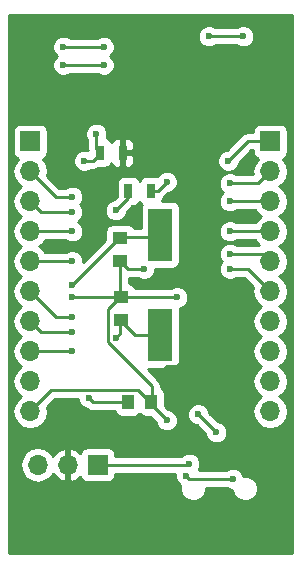
<source format=gbl>
%TF.GenerationSoftware,KiCad,Pcbnew,4.0.7*%
%TF.CreationDate,2019-09-16T14:18:56-03:00*%
%TF.ProjectId,pinguicaro,70696E6775696361726F2E6B69636164,rev?*%
%TF.FileFunction,Copper,L2,Bot,Signal*%
%FSLAX46Y46*%
G04 Gerber Fmt 4.6, Leading zero omitted, Abs format (unit mm)*
G04 Created by KiCad (PCBNEW 4.0.7) date Mon Sep 16 14:18:56 2019*
%MOMM*%
%LPD*%
G01*
G04 APERTURE LIST*
%ADD10C,0.100000*%
%ADD11R,1.250000X1.000000*%
%ADD12R,1.000000X1.250000*%
%ADD13R,0.700000X1.300000*%
%ADD14R,2.000000X4.500000*%
%ADD15R,1.700000X1.700000*%
%ADD16O,1.700000X1.700000*%
%ADD17C,0.600000*%
%ADD18C,0.250000*%
%ADD19C,0.254000*%
G04 APERTURE END LIST*
D10*
D11*
X156200000Y-99600000D03*
X156200000Y-101600000D03*
X156250000Y-106600000D03*
X156250000Y-104600000D03*
D12*
X156850000Y-113475000D03*
X158850000Y-113475000D03*
D13*
X156900000Y-95650000D03*
X158800000Y-95650000D03*
X156400000Y-92400000D03*
X154500000Y-92400000D03*
D14*
X159600000Y-107850000D03*
X159600000Y-99350000D03*
D15*
X154300000Y-118825000D03*
D16*
X151760000Y-118825000D03*
X149220000Y-118825000D03*
D15*
X168910000Y-91440000D03*
D16*
X168910000Y-93980000D03*
X168910000Y-96520000D03*
X168910000Y-99060000D03*
X168910000Y-101600000D03*
X168910000Y-104140000D03*
X168910000Y-106680000D03*
X168910000Y-109220000D03*
X168910000Y-111760000D03*
X168910000Y-114300000D03*
D15*
X148590000Y-91440000D03*
D16*
X148590000Y-93980000D03*
X148590000Y-96520000D03*
X148590000Y-99060000D03*
X148590000Y-101600000D03*
X148590000Y-104140000D03*
X148590000Y-106680000D03*
X148590000Y-109220000D03*
X148590000Y-111760000D03*
X148590000Y-114300000D03*
D17*
X152146000Y-103632000D03*
X160147000Y-115062000D03*
X161798000Y-119761000D03*
X165735000Y-120015000D03*
X163703000Y-82550000D03*
X166624000Y-82550000D03*
X158242000Y-102235000D03*
X154813000Y-84963000D03*
X151384000Y-84963000D03*
X161036000Y-104648000D03*
X152146000Y-104648000D03*
X155829000Y-108077000D03*
X159385000Y-111252000D03*
X165481000Y-107061000D03*
X157861000Y-92202000D03*
X153543000Y-113157000D03*
X160147000Y-94869000D03*
X162052000Y-118745000D03*
X164338000Y-116078000D03*
X162814000Y-114554000D03*
X155829000Y-97282000D03*
X154178000Y-90805000D03*
X151384000Y-83439000D03*
X154813000Y-83439000D03*
X153162000Y-93091000D03*
X165354000Y-93091000D03*
X165481000Y-94996000D03*
X165481000Y-96520000D03*
X165481000Y-99060000D03*
X165481000Y-100965000D03*
X165481000Y-102235000D03*
X152146000Y-96139000D03*
X152146000Y-97409000D03*
X152146000Y-99060000D03*
X152146000Y-101600000D03*
X152146000Y-106299000D03*
X152146000Y-107569000D03*
X152146000Y-109220000D03*
D18*
X156200000Y-99600000D02*
X156210000Y-99568000D01*
X156210000Y-99568000D02*
X152146000Y-103632000D01*
X159600000Y-99350000D02*
X159639000Y-99314000D01*
X159639000Y-99314000D02*
X159385000Y-99568000D01*
X159385000Y-99568000D02*
X156210000Y-99568000D01*
X156210000Y-99568000D02*
X156200000Y-99600000D01*
X158850000Y-113475000D02*
X158877000Y-113538000D01*
X158877000Y-113538000D02*
X158877000Y-113792000D01*
X158877000Y-113792000D02*
X160147000Y-115062000D01*
X161798000Y-119761000D02*
X162052000Y-120015000D01*
X162052000Y-120015000D02*
X165735000Y-120015000D01*
X163703000Y-82550000D02*
X166624000Y-82550000D01*
X156200000Y-101600000D02*
X156210000Y-101600000D01*
X156210000Y-101600000D02*
X156845000Y-102235000D01*
X156845000Y-102235000D02*
X158242000Y-102235000D01*
X154813000Y-84963000D02*
X151384000Y-84963000D01*
X148590000Y-114300000D02*
X150368000Y-112522000D01*
X150368000Y-112522000D02*
X157734000Y-112522000D01*
X157734000Y-112522000D02*
X158750000Y-113538000D01*
X158750000Y-113538000D02*
X158877000Y-113538000D01*
X158877000Y-113538000D02*
X158850000Y-113475000D01*
X156200000Y-101600000D02*
X156210000Y-101600000D01*
X158850000Y-113475000D02*
X158877000Y-113538000D01*
X158877000Y-113538000D02*
X158877000Y-112141000D01*
X158877000Y-112141000D02*
X155194000Y-108458000D01*
X155194000Y-108458000D02*
X155194000Y-105664000D01*
X155194000Y-105664000D02*
X156210000Y-104648000D01*
X156210000Y-104648000D02*
X156250000Y-104600000D01*
X158750000Y-113538000D02*
X158877000Y-113538000D01*
X158877000Y-113538000D02*
X158850000Y-113475000D01*
X156250000Y-104600000D02*
X156210000Y-104648000D01*
X156210000Y-104648000D02*
X161036000Y-104648000D01*
X158850000Y-113475000D02*
X158877000Y-113538000D01*
X156250000Y-104600000D02*
X156210000Y-104648000D01*
X156210000Y-104648000D02*
X152146000Y-104648000D01*
X156250000Y-104600000D02*
X156210000Y-104648000D01*
X156210000Y-104648000D02*
X156210000Y-101600000D01*
X156210000Y-101600000D02*
X156200000Y-101600000D01*
X156250000Y-106600000D02*
X156210000Y-106553000D01*
X156210000Y-106553000D02*
X156210000Y-107696000D01*
X156210000Y-107696000D02*
X155829000Y-108077000D01*
X156250000Y-106600000D02*
X156210000Y-106553000D01*
X156210000Y-106553000D02*
X157480000Y-107823000D01*
X157480000Y-107823000D02*
X159639000Y-107823000D01*
X159639000Y-107823000D02*
X159600000Y-107850000D01*
X159385000Y-111252000D02*
X160147000Y-110490000D01*
X160147000Y-110490000D02*
X161036000Y-110490000D01*
X161036000Y-110490000D02*
X164465000Y-107061000D01*
X164465000Y-107061000D02*
X165481000Y-107061000D01*
X156400000Y-92400000D02*
X156337000Y-92456000D01*
X157861000Y-92202000D02*
X157607000Y-92456000D01*
X157607000Y-92456000D02*
X156337000Y-92456000D01*
X156337000Y-92456000D02*
X156400000Y-92400000D01*
X153543000Y-113157000D02*
X153924000Y-113538000D01*
X153924000Y-113538000D02*
X156845000Y-113538000D01*
X156845000Y-113538000D02*
X156850000Y-113475000D01*
X160147000Y-94869000D02*
X159385000Y-95631000D01*
X159385000Y-95631000D02*
X158750000Y-95631000D01*
X158750000Y-95631000D02*
X158800000Y-95650000D01*
X162052000Y-118745000D02*
X161925000Y-118872000D01*
X161925000Y-118872000D02*
X154305000Y-118872000D01*
X154305000Y-118872000D02*
X154300000Y-118825000D01*
X164338000Y-116078000D02*
X162814000Y-114554000D01*
X156900000Y-95650000D02*
X156845000Y-95631000D01*
X156845000Y-95631000D02*
X156845000Y-96266000D01*
X156845000Y-96266000D02*
X155829000Y-97282000D01*
X154178000Y-90805000D02*
X154178000Y-92075000D01*
X154178000Y-92075000D02*
X154559000Y-92456000D01*
X154559000Y-92456000D02*
X154500000Y-92400000D01*
X151384000Y-83439000D02*
X154813000Y-83439000D01*
X154559000Y-92456000D02*
X154500000Y-92400000D01*
X154500000Y-92400000D02*
X154559000Y-92456000D01*
X154559000Y-92456000D02*
X153924000Y-93091000D01*
X153924000Y-93091000D02*
X153162000Y-93091000D01*
X165354000Y-93091000D02*
X167005000Y-91440000D01*
X167005000Y-91440000D02*
X168910000Y-91440000D01*
X168910000Y-93980000D02*
X167894000Y-94996000D01*
X167894000Y-94996000D02*
X165481000Y-94996000D01*
X165481000Y-96520000D02*
X168910000Y-96520000D01*
X168910000Y-99060000D02*
X165481000Y-99060000D01*
X168910000Y-101600000D02*
X168275000Y-100965000D01*
X168275000Y-100965000D02*
X165481000Y-100965000D01*
X168910000Y-104140000D02*
X167005000Y-102235000D01*
X167005000Y-102235000D02*
X165481000Y-102235000D01*
X148590000Y-93980000D02*
X150749000Y-96139000D01*
X150749000Y-96139000D02*
X152146000Y-96139000D01*
X148590000Y-96520000D02*
X149479000Y-97409000D01*
X149479000Y-97409000D02*
X152146000Y-97409000D01*
X152146000Y-99060000D02*
X148590000Y-99060000D01*
X148590000Y-101600000D02*
X152146000Y-101600000D01*
X148590000Y-104140000D02*
X150749000Y-106299000D01*
X150749000Y-106299000D02*
X152146000Y-106299000D01*
X148590000Y-106680000D02*
X149479000Y-107569000D01*
X149479000Y-107569000D02*
X152146000Y-107569000D01*
X152146000Y-109220000D02*
X148590000Y-109220000D01*
D19*
G36*
X170740000Y-126290000D02*
X146760000Y-126290000D01*
X146760000Y-118795907D01*
X147735000Y-118795907D01*
X147735000Y-118854093D01*
X147848039Y-119422378D01*
X148169946Y-119904147D01*
X148651715Y-120226054D01*
X149220000Y-120339093D01*
X149788285Y-120226054D01*
X150270054Y-119904147D01*
X150497702Y-119563447D01*
X150564817Y-119706358D01*
X150993076Y-120096645D01*
X151403110Y-120266476D01*
X151633000Y-120145155D01*
X151633000Y-118952000D01*
X151613000Y-118952000D01*
X151613000Y-118698000D01*
X151633000Y-118698000D01*
X151633000Y-117504845D01*
X151887000Y-117504845D01*
X151887000Y-118698000D01*
X151907000Y-118698000D01*
X151907000Y-118952000D01*
X151887000Y-118952000D01*
X151887000Y-120145155D01*
X152116890Y-120266476D01*
X152526924Y-120096645D01*
X152829937Y-119820499D01*
X152846838Y-119910317D01*
X152985910Y-120126441D01*
X153198110Y-120271431D01*
X153450000Y-120322440D01*
X155150000Y-120322440D01*
X155385317Y-120278162D01*
X155601441Y-120139090D01*
X155746431Y-119926890D01*
X155797440Y-119675000D01*
X155797440Y-119632000D01*
X160863112Y-119632000D01*
X160862838Y-119946167D01*
X161004883Y-120289943D01*
X161267673Y-120553192D01*
X161306372Y-120569261D01*
X161290189Y-120608233D01*
X161289812Y-121039873D01*
X161454646Y-121438800D01*
X161759595Y-121744282D01*
X162158233Y-121909811D01*
X162589873Y-121910188D01*
X162988800Y-121745354D01*
X163294282Y-121440405D01*
X163459811Y-121041767D01*
X163460044Y-120775000D01*
X165172537Y-120775000D01*
X165204673Y-120807192D01*
X165548201Y-120949838D01*
X165689891Y-120949961D01*
X165689812Y-121039873D01*
X165854646Y-121438800D01*
X166159595Y-121744282D01*
X166558233Y-121909811D01*
X166989873Y-121910188D01*
X167388800Y-121745354D01*
X167694282Y-121440405D01*
X167859811Y-121041767D01*
X167860188Y-120610127D01*
X167695354Y-120211200D01*
X167390405Y-119905718D01*
X166991767Y-119740189D01*
X166632992Y-119739876D01*
X166528117Y-119486057D01*
X166265327Y-119222808D01*
X165921799Y-119080162D01*
X165549833Y-119079838D01*
X165206057Y-119221883D01*
X165172882Y-119255000D01*
X162852633Y-119255000D01*
X162986838Y-118931799D01*
X162987162Y-118559833D01*
X162845117Y-118216057D01*
X162582327Y-117952808D01*
X162238799Y-117810162D01*
X161866833Y-117809838D01*
X161523057Y-117951883D01*
X161362660Y-118112000D01*
X155797440Y-118112000D01*
X155797440Y-117975000D01*
X155753162Y-117739683D01*
X155614090Y-117523559D01*
X155401890Y-117378569D01*
X155150000Y-117327560D01*
X153450000Y-117327560D01*
X153214683Y-117371838D01*
X152998559Y-117510910D01*
X152853569Y-117723110D01*
X152831699Y-117831107D01*
X152526924Y-117553355D01*
X152116890Y-117383524D01*
X151887000Y-117504845D01*
X151633000Y-117504845D01*
X151403110Y-117383524D01*
X150993076Y-117553355D01*
X150564817Y-117943642D01*
X150497702Y-118086553D01*
X150270054Y-117745853D01*
X149788285Y-117423946D01*
X149220000Y-117310907D01*
X148651715Y-117423946D01*
X148169946Y-117745853D01*
X147848039Y-118227622D01*
X147735000Y-118795907D01*
X146760000Y-118795907D01*
X146760000Y-93980000D01*
X147075907Y-93980000D01*
X147188946Y-94548285D01*
X147510853Y-95030054D01*
X147840026Y-95250000D01*
X147510853Y-95469946D01*
X147188946Y-95951715D01*
X147075907Y-96520000D01*
X147188946Y-97088285D01*
X147510853Y-97570054D01*
X147840026Y-97790000D01*
X147510853Y-98009946D01*
X147188946Y-98491715D01*
X147075907Y-99060000D01*
X147188946Y-99628285D01*
X147510853Y-100110054D01*
X147840026Y-100330000D01*
X147510853Y-100549946D01*
X147188946Y-101031715D01*
X147075907Y-101600000D01*
X147188946Y-102168285D01*
X147510853Y-102650054D01*
X147840026Y-102870000D01*
X147510853Y-103089946D01*
X147188946Y-103571715D01*
X147075907Y-104140000D01*
X147188946Y-104708285D01*
X147510853Y-105190054D01*
X147840026Y-105410000D01*
X147510853Y-105629946D01*
X147188946Y-106111715D01*
X147075907Y-106680000D01*
X147188946Y-107248285D01*
X147510853Y-107730054D01*
X147840026Y-107950000D01*
X147510853Y-108169946D01*
X147188946Y-108651715D01*
X147075907Y-109220000D01*
X147188946Y-109788285D01*
X147510853Y-110270054D01*
X147840026Y-110490000D01*
X147510853Y-110709946D01*
X147188946Y-111191715D01*
X147075907Y-111760000D01*
X147188946Y-112328285D01*
X147510853Y-112810054D01*
X147840026Y-113030000D01*
X147510853Y-113249946D01*
X147188946Y-113731715D01*
X147075907Y-114300000D01*
X147188946Y-114868285D01*
X147510853Y-115350054D01*
X147992622Y-115671961D01*
X148560907Y-115785000D01*
X148619093Y-115785000D01*
X149187378Y-115671961D01*
X149669147Y-115350054D01*
X149991054Y-114868285D01*
X150104093Y-114300000D01*
X150031210Y-113933592D01*
X150682802Y-113282000D01*
X152607890Y-113282000D01*
X152607838Y-113342167D01*
X152749883Y-113685943D01*
X153012673Y-113949192D01*
X153356201Y-114091838D01*
X153411270Y-114091886D01*
X153633160Y-114240148D01*
X153924000Y-114298000D01*
X155739816Y-114298000D01*
X155746838Y-114335317D01*
X155885910Y-114551441D01*
X156098110Y-114696431D01*
X156350000Y-114747440D01*
X157350000Y-114747440D01*
X157585317Y-114703162D01*
X157801441Y-114564090D01*
X157849134Y-114494289D01*
X157885910Y-114551441D01*
X158098110Y-114696431D01*
X158350000Y-114747440D01*
X158757638Y-114747440D01*
X159211878Y-115201680D01*
X159211838Y-115247167D01*
X159353883Y-115590943D01*
X159616673Y-115854192D01*
X159960201Y-115996838D01*
X160332167Y-115997162D01*
X160675943Y-115855117D01*
X160939192Y-115592327D01*
X161081838Y-115248799D01*
X161082162Y-114876833D01*
X161025280Y-114739167D01*
X161878838Y-114739167D01*
X162020883Y-115082943D01*
X162283673Y-115346192D01*
X162627201Y-115488838D01*
X162674077Y-115488879D01*
X163402878Y-116217680D01*
X163402838Y-116263167D01*
X163544883Y-116606943D01*
X163807673Y-116870192D01*
X164151201Y-117012838D01*
X164523167Y-117013162D01*
X164866943Y-116871117D01*
X165130192Y-116608327D01*
X165272838Y-116264799D01*
X165273162Y-115892833D01*
X165131117Y-115549057D01*
X164868327Y-115285808D01*
X164524799Y-115143162D01*
X164477923Y-115143121D01*
X163749122Y-114414320D01*
X163749162Y-114368833D01*
X163607117Y-114025057D01*
X163344327Y-113761808D01*
X163000799Y-113619162D01*
X162628833Y-113618838D01*
X162285057Y-113760883D01*
X162021808Y-114023673D01*
X161879162Y-114367201D01*
X161878838Y-114739167D01*
X161025280Y-114739167D01*
X160940117Y-114533057D01*
X160677327Y-114269808D01*
X160333799Y-114127162D01*
X160286923Y-114127121D01*
X159997440Y-113837638D01*
X159997440Y-112850000D01*
X159953162Y-112614683D01*
X159814090Y-112398559D01*
X159637000Y-112277559D01*
X159637000Y-112141000D01*
X159579148Y-111850161D01*
X159414401Y-111603599D01*
X158547639Y-110736837D01*
X158600000Y-110747440D01*
X160600000Y-110747440D01*
X160835317Y-110703162D01*
X161051441Y-110564090D01*
X161196431Y-110351890D01*
X161247440Y-110100000D01*
X161247440Y-105600000D01*
X161242605Y-105574304D01*
X161564943Y-105441117D01*
X161828192Y-105178327D01*
X161970838Y-104834799D01*
X161971162Y-104462833D01*
X161829117Y-104119057D01*
X161566327Y-103855808D01*
X161222799Y-103713162D01*
X160850833Y-103712838D01*
X160507057Y-103854883D01*
X160473882Y-103888000D01*
X157482549Y-103888000D01*
X157478162Y-103864683D01*
X157339090Y-103648559D01*
X157126890Y-103503569D01*
X156970000Y-103471798D01*
X156970000Y-102995000D01*
X157679537Y-102995000D01*
X157711673Y-103027192D01*
X158055201Y-103169838D01*
X158427167Y-103170162D01*
X158770943Y-103028117D01*
X159034192Y-102765327D01*
X159176838Y-102421799D01*
X159176990Y-102247440D01*
X160600000Y-102247440D01*
X160835317Y-102203162D01*
X161051441Y-102064090D01*
X161196431Y-101851890D01*
X161247440Y-101600000D01*
X161247440Y-97100000D01*
X161203162Y-96864683D01*
X161064090Y-96648559D01*
X160851890Y-96503569D01*
X160600000Y-96452560D01*
X159766546Y-96452560D01*
X159797440Y-96300000D01*
X159797440Y-96251897D01*
X159922401Y-96168401D01*
X160286680Y-95804122D01*
X160332167Y-95804162D01*
X160675943Y-95662117D01*
X160939192Y-95399327D01*
X161081838Y-95055799D01*
X161082162Y-94683833D01*
X160940117Y-94340057D01*
X160677327Y-94076808D01*
X160333799Y-93934162D01*
X159961833Y-93933838D01*
X159618057Y-94075883D01*
X159354808Y-94338673D01*
X159333603Y-94389740D01*
X159150000Y-94352560D01*
X158450000Y-94352560D01*
X158214683Y-94396838D01*
X157998559Y-94535910D01*
X157853569Y-94748110D01*
X157850919Y-94761197D01*
X157714090Y-94548559D01*
X157501890Y-94403569D01*
X157250000Y-94352560D01*
X156550000Y-94352560D01*
X156314683Y-94396838D01*
X156098559Y-94535910D01*
X155953569Y-94748110D01*
X155902560Y-95000000D01*
X155902560Y-96133638D01*
X155689320Y-96346878D01*
X155643833Y-96346838D01*
X155300057Y-96488883D01*
X155036808Y-96751673D01*
X154894162Y-97095201D01*
X154893838Y-97467167D01*
X155035883Y-97810943D01*
X155298673Y-98074192D01*
X155642201Y-98216838D01*
X156014167Y-98217162D01*
X156357943Y-98075117D01*
X156621192Y-97812327D01*
X156763838Y-97468799D01*
X156763879Y-97421923D01*
X157238362Y-96947440D01*
X157250000Y-96947440D01*
X157485317Y-96903162D01*
X157701441Y-96764090D01*
X157846431Y-96551890D01*
X157849081Y-96538803D01*
X157985910Y-96751441D01*
X158042978Y-96790434D01*
X158003569Y-96848110D01*
X157952560Y-97100000D01*
X157952560Y-98808000D01*
X157391687Y-98808000D01*
X157289090Y-98648559D01*
X157076890Y-98503569D01*
X156825000Y-98452560D01*
X155575000Y-98452560D01*
X155339683Y-98496838D01*
X155123559Y-98635910D01*
X154978569Y-98848110D01*
X154927560Y-99100000D01*
X154927560Y-99775638D01*
X153080981Y-101622217D01*
X153081162Y-101414833D01*
X152939117Y-101071057D01*
X152676327Y-100807808D01*
X152332799Y-100665162D01*
X151960833Y-100664838D01*
X151617057Y-100806883D01*
X151583882Y-100840000D01*
X149862954Y-100840000D01*
X149669147Y-100549946D01*
X149339974Y-100330000D01*
X149669147Y-100110054D01*
X149862954Y-99820000D01*
X151583537Y-99820000D01*
X151615673Y-99852192D01*
X151959201Y-99994838D01*
X152331167Y-99995162D01*
X152674943Y-99853117D01*
X152938192Y-99590327D01*
X153080838Y-99246799D01*
X153081162Y-98874833D01*
X152939117Y-98531057D01*
X152676327Y-98267808D01*
X152596341Y-98234595D01*
X152674943Y-98202117D01*
X152938192Y-97939327D01*
X153080838Y-97595799D01*
X153081162Y-97223833D01*
X152939117Y-96880057D01*
X152833290Y-96774046D01*
X152938192Y-96669327D01*
X153080838Y-96325799D01*
X153081162Y-95953833D01*
X152939117Y-95610057D01*
X152676327Y-95346808D01*
X152332799Y-95204162D01*
X151960833Y-95203838D01*
X151617057Y-95345883D01*
X151583882Y-95379000D01*
X151063802Y-95379000D01*
X150031210Y-94346408D01*
X150104093Y-93980000D01*
X149991054Y-93411715D01*
X149900484Y-93276167D01*
X152226838Y-93276167D01*
X152368883Y-93619943D01*
X152631673Y-93883192D01*
X152975201Y-94025838D01*
X153347167Y-94026162D01*
X153690943Y-93884117D01*
X153724118Y-93851000D01*
X153924000Y-93851000D01*
X154214839Y-93793148D01*
X154358077Y-93697440D01*
X154850000Y-93697440D01*
X155085317Y-93653162D01*
X155301441Y-93514090D01*
X155446431Y-93301890D01*
X155453191Y-93268510D01*
X155511673Y-93409699D01*
X155690302Y-93588327D01*
X155923691Y-93685000D01*
X156114250Y-93685000D01*
X156273000Y-93526250D01*
X156273000Y-92527000D01*
X156527000Y-92527000D01*
X156527000Y-93526250D01*
X156685750Y-93685000D01*
X156876309Y-93685000D01*
X157109698Y-93588327D01*
X157288327Y-93409699D01*
X157343637Y-93276167D01*
X164418838Y-93276167D01*
X164560883Y-93619943D01*
X164823673Y-93883192D01*
X165167201Y-94025838D01*
X165539167Y-94026162D01*
X165882943Y-93884117D01*
X166146192Y-93621327D01*
X166288838Y-93277799D01*
X166288879Y-93230923D01*
X167319802Y-92200000D01*
X167412560Y-92200000D01*
X167412560Y-92290000D01*
X167456838Y-92525317D01*
X167595910Y-92741441D01*
X167808110Y-92886431D01*
X167875541Y-92900086D01*
X167830853Y-92929946D01*
X167508946Y-93411715D01*
X167395907Y-93980000D01*
X167446829Y-94236000D01*
X166043463Y-94236000D01*
X166011327Y-94203808D01*
X165667799Y-94061162D01*
X165295833Y-94060838D01*
X164952057Y-94202883D01*
X164688808Y-94465673D01*
X164546162Y-94809201D01*
X164545838Y-95181167D01*
X164687883Y-95524943D01*
X164920709Y-95758176D01*
X164688808Y-95989673D01*
X164546162Y-96333201D01*
X164545838Y-96705167D01*
X164687883Y-97048943D01*
X164950673Y-97312192D01*
X165294201Y-97454838D01*
X165666167Y-97455162D01*
X166009943Y-97313117D01*
X166043118Y-97280000D01*
X167637046Y-97280000D01*
X167830853Y-97570054D01*
X168160026Y-97790000D01*
X167830853Y-98009946D01*
X167637046Y-98300000D01*
X166043463Y-98300000D01*
X166011327Y-98267808D01*
X165667799Y-98125162D01*
X165295833Y-98124838D01*
X164952057Y-98266883D01*
X164688808Y-98529673D01*
X164546162Y-98873201D01*
X164545838Y-99245167D01*
X164687883Y-99588943D01*
X164950673Y-99852192D01*
X165294201Y-99994838D01*
X165666167Y-99995162D01*
X166009943Y-99853117D01*
X166043118Y-99820000D01*
X167637046Y-99820000D01*
X167830853Y-100110054D01*
X167972950Y-100205000D01*
X166043463Y-100205000D01*
X166011327Y-100172808D01*
X165667799Y-100030162D01*
X165295833Y-100029838D01*
X164952057Y-100171883D01*
X164688808Y-100434673D01*
X164546162Y-100778201D01*
X164545838Y-101150167D01*
X164687883Y-101493943D01*
X164793710Y-101599954D01*
X164688808Y-101704673D01*
X164546162Y-102048201D01*
X164545838Y-102420167D01*
X164687883Y-102763943D01*
X164950673Y-103027192D01*
X165294201Y-103169838D01*
X165666167Y-103170162D01*
X166009943Y-103028117D01*
X166043118Y-102995000D01*
X166690198Y-102995000D01*
X167468790Y-103773592D01*
X167395907Y-104140000D01*
X167508946Y-104708285D01*
X167830853Y-105190054D01*
X168160026Y-105410000D01*
X167830853Y-105629946D01*
X167508946Y-106111715D01*
X167395907Y-106680000D01*
X167508946Y-107248285D01*
X167830853Y-107730054D01*
X168160026Y-107950000D01*
X167830853Y-108169946D01*
X167508946Y-108651715D01*
X167395907Y-109220000D01*
X167508946Y-109788285D01*
X167830853Y-110270054D01*
X168160026Y-110490000D01*
X167830853Y-110709946D01*
X167508946Y-111191715D01*
X167395907Y-111760000D01*
X167508946Y-112328285D01*
X167830853Y-112810054D01*
X168160026Y-113030000D01*
X167830853Y-113249946D01*
X167508946Y-113731715D01*
X167395907Y-114300000D01*
X167508946Y-114868285D01*
X167830853Y-115350054D01*
X168312622Y-115671961D01*
X168880907Y-115785000D01*
X168939093Y-115785000D01*
X169507378Y-115671961D01*
X169989147Y-115350054D01*
X170311054Y-114868285D01*
X170424093Y-114300000D01*
X170311054Y-113731715D01*
X169989147Y-113249946D01*
X169659974Y-113030000D01*
X169989147Y-112810054D01*
X170311054Y-112328285D01*
X170424093Y-111760000D01*
X170311054Y-111191715D01*
X169989147Y-110709946D01*
X169659974Y-110490000D01*
X169989147Y-110270054D01*
X170311054Y-109788285D01*
X170424093Y-109220000D01*
X170311054Y-108651715D01*
X169989147Y-108169946D01*
X169659974Y-107950000D01*
X169989147Y-107730054D01*
X170311054Y-107248285D01*
X170424093Y-106680000D01*
X170311054Y-106111715D01*
X169989147Y-105629946D01*
X169659974Y-105410000D01*
X169989147Y-105190054D01*
X170311054Y-104708285D01*
X170424093Y-104140000D01*
X170311054Y-103571715D01*
X169989147Y-103089946D01*
X169659974Y-102870000D01*
X169989147Y-102650054D01*
X170311054Y-102168285D01*
X170424093Y-101600000D01*
X170311054Y-101031715D01*
X169989147Y-100549946D01*
X169659974Y-100330000D01*
X169989147Y-100110054D01*
X170311054Y-99628285D01*
X170424093Y-99060000D01*
X170311054Y-98491715D01*
X169989147Y-98009946D01*
X169659974Y-97790000D01*
X169989147Y-97570054D01*
X170311054Y-97088285D01*
X170424093Y-96520000D01*
X170311054Y-95951715D01*
X169989147Y-95469946D01*
X169659974Y-95250000D01*
X169989147Y-95030054D01*
X170311054Y-94548285D01*
X170424093Y-93980000D01*
X170311054Y-93411715D01*
X169989147Y-92929946D01*
X169947548Y-92902150D01*
X169995317Y-92893162D01*
X170211441Y-92754090D01*
X170356431Y-92541890D01*
X170407440Y-92290000D01*
X170407440Y-90590000D01*
X170363162Y-90354683D01*
X170224090Y-90138559D01*
X170011890Y-89993569D01*
X169760000Y-89942560D01*
X168060000Y-89942560D01*
X167824683Y-89986838D01*
X167608559Y-90125910D01*
X167463569Y-90338110D01*
X167412560Y-90590000D01*
X167412560Y-90680000D01*
X167005000Y-90680000D01*
X166714161Y-90737852D01*
X166467599Y-90902599D01*
X165214320Y-92155878D01*
X165168833Y-92155838D01*
X164825057Y-92297883D01*
X164561808Y-92560673D01*
X164419162Y-92904201D01*
X164418838Y-93276167D01*
X157343637Y-93276167D01*
X157385000Y-93176310D01*
X157385000Y-92685750D01*
X157226250Y-92527000D01*
X156527000Y-92527000D01*
X156273000Y-92527000D01*
X156253000Y-92527000D01*
X156253000Y-92273000D01*
X156273000Y-92273000D01*
X156273000Y-91273750D01*
X156527000Y-91273750D01*
X156527000Y-92273000D01*
X157226250Y-92273000D01*
X157385000Y-92114250D01*
X157385000Y-91623690D01*
X157288327Y-91390301D01*
X157109698Y-91211673D01*
X156876309Y-91115000D01*
X156685750Y-91115000D01*
X156527000Y-91273750D01*
X156273000Y-91273750D01*
X156114250Y-91115000D01*
X155923691Y-91115000D01*
X155690302Y-91211673D01*
X155511673Y-91390301D01*
X155455346Y-91526287D01*
X155453162Y-91514683D01*
X155314090Y-91298559D01*
X155101890Y-91153569D01*
X155050026Y-91143066D01*
X155112838Y-90991799D01*
X155113162Y-90619833D01*
X154971117Y-90276057D01*
X154708327Y-90012808D01*
X154364799Y-89870162D01*
X153992833Y-89869838D01*
X153649057Y-90011883D01*
X153385808Y-90274673D01*
X153243162Y-90618201D01*
X153242838Y-90990167D01*
X153384883Y-91333943D01*
X153418000Y-91367118D01*
X153418000Y-92075000D01*
X153441828Y-92194791D01*
X153348799Y-92156162D01*
X152976833Y-92155838D01*
X152633057Y-92297883D01*
X152369808Y-92560673D01*
X152227162Y-92904201D01*
X152226838Y-93276167D01*
X149900484Y-93276167D01*
X149669147Y-92929946D01*
X149627548Y-92902150D01*
X149675317Y-92893162D01*
X149891441Y-92754090D01*
X150036431Y-92541890D01*
X150087440Y-92290000D01*
X150087440Y-90590000D01*
X150043162Y-90354683D01*
X149904090Y-90138559D01*
X149691890Y-89993569D01*
X149440000Y-89942560D01*
X147740000Y-89942560D01*
X147504683Y-89986838D01*
X147288559Y-90125910D01*
X147143569Y-90338110D01*
X147092560Y-90590000D01*
X147092560Y-92290000D01*
X147136838Y-92525317D01*
X147275910Y-92741441D01*
X147488110Y-92886431D01*
X147555541Y-92900086D01*
X147510853Y-92929946D01*
X147188946Y-93411715D01*
X147075907Y-93980000D01*
X146760000Y-93980000D01*
X146760000Y-83624167D01*
X150448838Y-83624167D01*
X150590883Y-83967943D01*
X150823709Y-84201176D01*
X150591808Y-84432673D01*
X150449162Y-84776201D01*
X150448838Y-85148167D01*
X150590883Y-85491943D01*
X150853673Y-85755192D01*
X151197201Y-85897838D01*
X151569167Y-85898162D01*
X151912943Y-85756117D01*
X151946118Y-85723000D01*
X154250537Y-85723000D01*
X154282673Y-85755192D01*
X154626201Y-85897838D01*
X154998167Y-85898162D01*
X155341943Y-85756117D01*
X155605192Y-85493327D01*
X155747838Y-85149799D01*
X155748162Y-84777833D01*
X155606117Y-84434057D01*
X155373291Y-84200824D01*
X155605192Y-83969327D01*
X155747838Y-83625799D01*
X155748162Y-83253833D01*
X155606117Y-82910057D01*
X155431532Y-82735167D01*
X162767838Y-82735167D01*
X162909883Y-83078943D01*
X163172673Y-83342192D01*
X163516201Y-83484838D01*
X163888167Y-83485162D01*
X164231943Y-83343117D01*
X164265118Y-83310000D01*
X166061537Y-83310000D01*
X166093673Y-83342192D01*
X166437201Y-83484838D01*
X166809167Y-83485162D01*
X167152943Y-83343117D01*
X167416192Y-83080327D01*
X167558838Y-82736799D01*
X167559162Y-82364833D01*
X167417117Y-82021057D01*
X167154327Y-81757808D01*
X166810799Y-81615162D01*
X166438833Y-81614838D01*
X166095057Y-81756883D01*
X166061882Y-81790000D01*
X164265463Y-81790000D01*
X164233327Y-81757808D01*
X163889799Y-81615162D01*
X163517833Y-81614838D01*
X163174057Y-81756883D01*
X162910808Y-82019673D01*
X162768162Y-82363201D01*
X162767838Y-82735167D01*
X155431532Y-82735167D01*
X155343327Y-82646808D01*
X154999799Y-82504162D01*
X154627833Y-82503838D01*
X154284057Y-82645883D01*
X154250882Y-82679000D01*
X151946463Y-82679000D01*
X151914327Y-82646808D01*
X151570799Y-82504162D01*
X151198833Y-82503838D01*
X150855057Y-82645883D01*
X150591808Y-82908673D01*
X150449162Y-83252201D01*
X150448838Y-83624167D01*
X146760000Y-83624167D01*
X146760000Y-80720000D01*
X170740000Y-80720000D01*
X170740000Y-126290000D01*
X170740000Y-126290000D01*
G37*
X170740000Y-126290000D02*
X146760000Y-126290000D01*
X146760000Y-118795907D01*
X147735000Y-118795907D01*
X147735000Y-118854093D01*
X147848039Y-119422378D01*
X148169946Y-119904147D01*
X148651715Y-120226054D01*
X149220000Y-120339093D01*
X149788285Y-120226054D01*
X150270054Y-119904147D01*
X150497702Y-119563447D01*
X150564817Y-119706358D01*
X150993076Y-120096645D01*
X151403110Y-120266476D01*
X151633000Y-120145155D01*
X151633000Y-118952000D01*
X151613000Y-118952000D01*
X151613000Y-118698000D01*
X151633000Y-118698000D01*
X151633000Y-117504845D01*
X151887000Y-117504845D01*
X151887000Y-118698000D01*
X151907000Y-118698000D01*
X151907000Y-118952000D01*
X151887000Y-118952000D01*
X151887000Y-120145155D01*
X152116890Y-120266476D01*
X152526924Y-120096645D01*
X152829937Y-119820499D01*
X152846838Y-119910317D01*
X152985910Y-120126441D01*
X153198110Y-120271431D01*
X153450000Y-120322440D01*
X155150000Y-120322440D01*
X155385317Y-120278162D01*
X155601441Y-120139090D01*
X155746431Y-119926890D01*
X155797440Y-119675000D01*
X155797440Y-119632000D01*
X160863112Y-119632000D01*
X160862838Y-119946167D01*
X161004883Y-120289943D01*
X161267673Y-120553192D01*
X161306372Y-120569261D01*
X161290189Y-120608233D01*
X161289812Y-121039873D01*
X161454646Y-121438800D01*
X161759595Y-121744282D01*
X162158233Y-121909811D01*
X162589873Y-121910188D01*
X162988800Y-121745354D01*
X163294282Y-121440405D01*
X163459811Y-121041767D01*
X163460044Y-120775000D01*
X165172537Y-120775000D01*
X165204673Y-120807192D01*
X165548201Y-120949838D01*
X165689891Y-120949961D01*
X165689812Y-121039873D01*
X165854646Y-121438800D01*
X166159595Y-121744282D01*
X166558233Y-121909811D01*
X166989873Y-121910188D01*
X167388800Y-121745354D01*
X167694282Y-121440405D01*
X167859811Y-121041767D01*
X167860188Y-120610127D01*
X167695354Y-120211200D01*
X167390405Y-119905718D01*
X166991767Y-119740189D01*
X166632992Y-119739876D01*
X166528117Y-119486057D01*
X166265327Y-119222808D01*
X165921799Y-119080162D01*
X165549833Y-119079838D01*
X165206057Y-119221883D01*
X165172882Y-119255000D01*
X162852633Y-119255000D01*
X162986838Y-118931799D01*
X162987162Y-118559833D01*
X162845117Y-118216057D01*
X162582327Y-117952808D01*
X162238799Y-117810162D01*
X161866833Y-117809838D01*
X161523057Y-117951883D01*
X161362660Y-118112000D01*
X155797440Y-118112000D01*
X155797440Y-117975000D01*
X155753162Y-117739683D01*
X155614090Y-117523559D01*
X155401890Y-117378569D01*
X155150000Y-117327560D01*
X153450000Y-117327560D01*
X153214683Y-117371838D01*
X152998559Y-117510910D01*
X152853569Y-117723110D01*
X152831699Y-117831107D01*
X152526924Y-117553355D01*
X152116890Y-117383524D01*
X151887000Y-117504845D01*
X151633000Y-117504845D01*
X151403110Y-117383524D01*
X150993076Y-117553355D01*
X150564817Y-117943642D01*
X150497702Y-118086553D01*
X150270054Y-117745853D01*
X149788285Y-117423946D01*
X149220000Y-117310907D01*
X148651715Y-117423946D01*
X148169946Y-117745853D01*
X147848039Y-118227622D01*
X147735000Y-118795907D01*
X146760000Y-118795907D01*
X146760000Y-93980000D01*
X147075907Y-93980000D01*
X147188946Y-94548285D01*
X147510853Y-95030054D01*
X147840026Y-95250000D01*
X147510853Y-95469946D01*
X147188946Y-95951715D01*
X147075907Y-96520000D01*
X147188946Y-97088285D01*
X147510853Y-97570054D01*
X147840026Y-97790000D01*
X147510853Y-98009946D01*
X147188946Y-98491715D01*
X147075907Y-99060000D01*
X147188946Y-99628285D01*
X147510853Y-100110054D01*
X147840026Y-100330000D01*
X147510853Y-100549946D01*
X147188946Y-101031715D01*
X147075907Y-101600000D01*
X147188946Y-102168285D01*
X147510853Y-102650054D01*
X147840026Y-102870000D01*
X147510853Y-103089946D01*
X147188946Y-103571715D01*
X147075907Y-104140000D01*
X147188946Y-104708285D01*
X147510853Y-105190054D01*
X147840026Y-105410000D01*
X147510853Y-105629946D01*
X147188946Y-106111715D01*
X147075907Y-106680000D01*
X147188946Y-107248285D01*
X147510853Y-107730054D01*
X147840026Y-107950000D01*
X147510853Y-108169946D01*
X147188946Y-108651715D01*
X147075907Y-109220000D01*
X147188946Y-109788285D01*
X147510853Y-110270054D01*
X147840026Y-110490000D01*
X147510853Y-110709946D01*
X147188946Y-111191715D01*
X147075907Y-111760000D01*
X147188946Y-112328285D01*
X147510853Y-112810054D01*
X147840026Y-113030000D01*
X147510853Y-113249946D01*
X147188946Y-113731715D01*
X147075907Y-114300000D01*
X147188946Y-114868285D01*
X147510853Y-115350054D01*
X147992622Y-115671961D01*
X148560907Y-115785000D01*
X148619093Y-115785000D01*
X149187378Y-115671961D01*
X149669147Y-115350054D01*
X149991054Y-114868285D01*
X150104093Y-114300000D01*
X150031210Y-113933592D01*
X150682802Y-113282000D01*
X152607890Y-113282000D01*
X152607838Y-113342167D01*
X152749883Y-113685943D01*
X153012673Y-113949192D01*
X153356201Y-114091838D01*
X153411270Y-114091886D01*
X153633160Y-114240148D01*
X153924000Y-114298000D01*
X155739816Y-114298000D01*
X155746838Y-114335317D01*
X155885910Y-114551441D01*
X156098110Y-114696431D01*
X156350000Y-114747440D01*
X157350000Y-114747440D01*
X157585317Y-114703162D01*
X157801441Y-114564090D01*
X157849134Y-114494289D01*
X157885910Y-114551441D01*
X158098110Y-114696431D01*
X158350000Y-114747440D01*
X158757638Y-114747440D01*
X159211878Y-115201680D01*
X159211838Y-115247167D01*
X159353883Y-115590943D01*
X159616673Y-115854192D01*
X159960201Y-115996838D01*
X160332167Y-115997162D01*
X160675943Y-115855117D01*
X160939192Y-115592327D01*
X161081838Y-115248799D01*
X161082162Y-114876833D01*
X161025280Y-114739167D01*
X161878838Y-114739167D01*
X162020883Y-115082943D01*
X162283673Y-115346192D01*
X162627201Y-115488838D01*
X162674077Y-115488879D01*
X163402878Y-116217680D01*
X163402838Y-116263167D01*
X163544883Y-116606943D01*
X163807673Y-116870192D01*
X164151201Y-117012838D01*
X164523167Y-117013162D01*
X164866943Y-116871117D01*
X165130192Y-116608327D01*
X165272838Y-116264799D01*
X165273162Y-115892833D01*
X165131117Y-115549057D01*
X164868327Y-115285808D01*
X164524799Y-115143162D01*
X164477923Y-115143121D01*
X163749122Y-114414320D01*
X163749162Y-114368833D01*
X163607117Y-114025057D01*
X163344327Y-113761808D01*
X163000799Y-113619162D01*
X162628833Y-113618838D01*
X162285057Y-113760883D01*
X162021808Y-114023673D01*
X161879162Y-114367201D01*
X161878838Y-114739167D01*
X161025280Y-114739167D01*
X160940117Y-114533057D01*
X160677327Y-114269808D01*
X160333799Y-114127162D01*
X160286923Y-114127121D01*
X159997440Y-113837638D01*
X159997440Y-112850000D01*
X159953162Y-112614683D01*
X159814090Y-112398559D01*
X159637000Y-112277559D01*
X159637000Y-112141000D01*
X159579148Y-111850161D01*
X159414401Y-111603599D01*
X158547639Y-110736837D01*
X158600000Y-110747440D01*
X160600000Y-110747440D01*
X160835317Y-110703162D01*
X161051441Y-110564090D01*
X161196431Y-110351890D01*
X161247440Y-110100000D01*
X161247440Y-105600000D01*
X161242605Y-105574304D01*
X161564943Y-105441117D01*
X161828192Y-105178327D01*
X161970838Y-104834799D01*
X161971162Y-104462833D01*
X161829117Y-104119057D01*
X161566327Y-103855808D01*
X161222799Y-103713162D01*
X160850833Y-103712838D01*
X160507057Y-103854883D01*
X160473882Y-103888000D01*
X157482549Y-103888000D01*
X157478162Y-103864683D01*
X157339090Y-103648559D01*
X157126890Y-103503569D01*
X156970000Y-103471798D01*
X156970000Y-102995000D01*
X157679537Y-102995000D01*
X157711673Y-103027192D01*
X158055201Y-103169838D01*
X158427167Y-103170162D01*
X158770943Y-103028117D01*
X159034192Y-102765327D01*
X159176838Y-102421799D01*
X159176990Y-102247440D01*
X160600000Y-102247440D01*
X160835317Y-102203162D01*
X161051441Y-102064090D01*
X161196431Y-101851890D01*
X161247440Y-101600000D01*
X161247440Y-97100000D01*
X161203162Y-96864683D01*
X161064090Y-96648559D01*
X160851890Y-96503569D01*
X160600000Y-96452560D01*
X159766546Y-96452560D01*
X159797440Y-96300000D01*
X159797440Y-96251897D01*
X159922401Y-96168401D01*
X160286680Y-95804122D01*
X160332167Y-95804162D01*
X160675943Y-95662117D01*
X160939192Y-95399327D01*
X161081838Y-95055799D01*
X161082162Y-94683833D01*
X160940117Y-94340057D01*
X160677327Y-94076808D01*
X160333799Y-93934162D01*
X159961833Y-93933838D01*
X159618057Y-94075883D01*
X159354808Y-94338673D01*
X159333603Y-94389740D01*
X159150000Y-94352560D01*
X158450000Y-94352560D01*
X158214683Y-94396838D01*
X157998559Y-94535910D01*
X157853569Y-94748110D01*
X157850919Y-94761197D01*
X157714090Y-94548559D01*
X157501890Y-94403569D01*
X157250000Y-94352560D01*
X156550000Y-94352560D01*
X156314683Y-94396838D01*
X156098559Y-94535910D01*
X155953569Y-94748110D01*
X155902560Y-95000000D01*
X155902560Y-96133638D01*
X155689320Y-96346878D01*
X155643833Y-96346838D01*
X155300057Y-96488883D01*
X155036808Y-96751673D01*
X154894162Y-97095201D01*
X154893838Y-97467167D01*
X155035883Y-97810943D01*
X155298673Y-98074192D01*
X155642201Y-98216838D01*
X156014167Y-98217162D01*
X156357943Y-98075117D01*
X156621192Y-97812327D01*
X156763838Y-97468799D01*
X156763879Y-97421923D01*
X157238362Y-96947440D01*
X157250000Y-96947440D01*
X157485317Y-96903162D01*
X157701441Y-96764090D01*
X157846431Y-96551890D01*
X157849081Y-96538803D01*
X157985910Y-96751441D01*
X158042978Y-96790434D01*
X158003569Y-96848110D01*
X157952560Y-97100000D01*
X157952560Y-98808000D01*
X157391687Y-98808000D01*
X157289090Y-98648559D01*
X157076890Y-98503569D01*
X156825000Y-98452560D01*
X155575000Y-98452560D01*
X155339683Y-98496838D01*
X155123559Y-98635910D01*
X154978569Y-98848110D01*
X154927560Y-99100000D01*
X154927560Y-99775638D01*
X153080981Y-101622217D01*
X153081162Y-101414833D01*
X152939117Y-101071057D01*
X152676327Y-100807808D01*
X152332799Y-100665162D01*
X151960833Y-100664838D01*
X151617057Y-100806883D01*
X151583882Y-100840000D01*
X149862954Y-100840000D01*
X149669147Y-100549946D01*
X149339974Y-100330000D01*
X149669147Y-100110054D01*
X149862954Y-99820000D01*
X151583537Y-99820000D01*
X151615673Y-99852192D01*
X151959201Y-99994838D01*
X152331167Y-99995162D01*
X152674943Y-99853117D01*
X152938192Y-99590327D01*
X153080838Y-99246799D01*
X153081162Y-98874833D01*
X152939117Y-98531057D01*
X152676327Y-98267808D01*
X152596341Y-98234595D01*
X152674943Y-98202117D01*
X152938192Y-97939327D01*
X153080838Y-97595799D01*
X153081162Y-97223833D01*
X152939117Y-96880057D01*
X152833290Y-96774046D01*
X152938192Y-96669327D01*
X153080838Y-96325799D01*
X153081162Y-95953833D01*
X152939117Y-95610057D01*
X152676327Y-95346808D01*
X152332799Y-95204162D01*
X151960833Y-95203838D01*
X151617057Y-95345883D01*
X151583882Y-95379000D01*
X151063802Y-95379000D01*
X150031210Y-94346408D01*
X150104093Y-93980000D01*
X149991054Y-93411715D01*
X149900484Y-93276167D01*
X152226838Y-93276167D01*
X152368883Y-93619943D01*
X152631673Y-93883192D01*
X152975201Y-94025838D01*
X153347167Y-94026162D01*
X153690943Y-93884117D01*
X153724118Y-93851000D01*
X153924000Y-93851000D01*
X154214839Y-93793148D01*
X154358077Y-93697440D01*
X154850000Y-93697440D01*
X155085317Y-93653162D01*
X155301441Y-93514090D01*
X155446431Y-93301890D01*
X155453191Y-93268510D01*
X155511673Y-93409699D01*
X155690302Y-93588327D01*
X155923691Y-93685000D01*
X156114250Y-93685000D01*
X156273000Y-93526250D01*
X156273000Y-92527000D01*
X156527000Y-92527000D01*
X156527000Y-93526250D01*
X156685750Y-93685000D01*
X156876309Y-93685000D01*
X157109698Y-93588327D01*
X157288327Y-93409699D01*
X157343637Y-93276167D01*
X164418838Y-93276167D01*
X164560883Y-93619943D01*
X164823673Y-93883192D01*
X165167201Y-94025838D01*
X165539167Y-94026162D01*
X165882943Y-93884117D01*
X166146192Y-93621327D01*
X166288838Y-93277799D01*
X166288879Y-93230923D01*
X167319802Y-92200000D01*
X167412560Y-92200000D01*
X167412560Y-92290000D01*
X167456838Y-92525317D01*
X167595910Y-92741441D01*
X167808110Y-92886431D01*
X167875541Y-92900086D01*
X167830853Y-92929946D01*
X167508946Y-93411715D01*
X167395907Y-93980000D01*
X167446829Y-94236000D01*
X166043463Y-94236000D01*
X166011327Y-94203808D01*
X165667799Y-94061162D01*
X165295833Y-94060838D01*
X164952057Y-94202883D01*
X164688808Y-94465673D01*
X164546162Y-94809201D01*
X164545838Y-95181167D01*
X164687883Y-95524943D01*
X164920709Y-95758176D01*
X164688808Y-95989673D01*
X164546162Y-96333201D01*
X164545838Y-96705167D01*
X164687883Y-97048943D01*
X164950673Y-97312192D01*
X165294201Y-97454838D01*
X165666167Y-97455162D01*
X166009943Y-97313117D01*
X166043118Y-97280000D01*
X167637046Y-97280000D01*
X167830853Y-97570054D01*
X168160026Y-97790000D01*
X167830853Y-98009946D01*
X167637046Y-98300000D01*
X166043463Y-98300000D01*
X166011327Y-98267808D01*
X165667799Y-98125162D01*
X165295833Y-98124838D01*
X164952057Y-98266883D01*
X164688808Y-98529673D01*
X164546162Y-98873201D01*
X164545838Y-99245167D01*
X164687883Y-99588943D01*
X164950673Y-99852192D01*
X165294201Y-99994838D01*
X165666167Y-99995162D01*
X166009943Y-99853117D01*
X166043118Y-99820000D01*
X167637046Y-99820000D01*
X167830853Y-100110054D01*
X167972950Y-100205000D01*
X166043463Y-100205000D01*
X166011327Y-100172808D01*
X165667799Y-100030162D01*
X165295833Y-100029838D01*
X164952057Y-100171883D01*
X164688808Y-100434673D01*
X164546162Y-100778201D01*
X164545838Y-101150167D01*
X164687883Y-101493943D01*
X164793710Y-101599954D01*
X164688808Y-101704673D01*
X164546162Y-102048201D01*
X164545838Y-102420167D01*
X164687883Y-102763943D01*
X164950673Y-103027192D01*
X165294201Y-103169838D01*
X165666167Y-103170162D01*
X166009943Y-103028117D01*
X166043118Y-102995000D01*
X166690198Y-102995000D01*
X167468790Y-103773592D01*
X167395907Y-104140000D01*
X167508946Y-104708285D01*
X167830853Y-105190054D01*
X168160026Y-105410000D01*
X167830853Y-105629946D01*
X167508946Y-106111715D01*
X167395907Y-106680000D01*
X167508946Y-107248285D01*
X167830853Y-107730054D01*
X168160026Y-107950000D01*
X167830853Y-108169946D01*
X167508946Y-108651715D01*
X167395907Y-109220000D01*
X167508946Y-109788285D01*
X167830853Y-110270054D01*
X168160026Y-110490000D01*
X167830853Y-110709946D01*
X167508946Y-111191715D01*
X167395907Y-111760000D01*
X167508946Y-112328285D01*
X167830853Y-112810054D01*
X168160026Y-113030000D01*
X167830853Y-113249946D01*
X167508946Y-113731715D01*
X167395907Y-114300000D01*
X167508946Y-114868285D01*
X167830853Y-115350054D01*
X168312622Y-115671961D01*
X168880907Y-115785000D01*
X168939093Y-115785000D01*
X169507378Y-115671961D01*
X169989147Y-115350054D01*
X170311054Y-114868285D01*
X170424093Y-114300000D01*
X170311054Y-113731715D01*
X169989147Y-113249946D01*
X169659974Y-113030000D01*
X169989147Y-112810054D01*
X170311054Y-112328285D01*
X170424093Y-111760000D01*
X170311054Y-111191715D01*
X169989147Y-110709946D01*
X169659974Y-110490000D01*
X169989147Y-110270054D01*
X170311054Y-109788285D01*
X170424093Y-109220000D01*
X170311054Y-108651715D01*
X169989147Y-108169946D01*
X169659974Y-107950000D01*
X169989147Y-107730054D01*
X170311054Y-107248285D01*
X170424093Y-106680000D01*
X170311054Y-106111715D01*
X169989147Y-105629946D01*
X169659974Y-105410000D01*
X169989147Y-105190054D01*
X170311054Y-104708285D01*
X170424093Y-104140000D01*
X170311054Y-103571715D01*
X169989147Y-103089946D01*
X169659974Y-102870000D01*
X169989147Y-102650054D01*
X170311054Y-102168285D01*
X170424093Y-101600000D01*
X170311054Y-101031715D01*
X169989147Y-100549946D01*
X169659974Y-100330000D01*
X169989147Y-100110054D01*
X170311054Y-99628285D01*
X170424093Y-99060000D01*
X170311054Y-98491715D01*
X169989147Y-98009946D01*
X169659974Y-97790000D01*
X169989147Y-97570054D01*
X170311054Y-97088285D01*
X170424093Y-96520000D01*
X170311054Y-95951715D01*
X169989147Y-95469946D01*
X169659974Y-95250000D01*
X169989147Y-95030054D01*
X170311054Y-94548285D01*
X170424093Y-93980000D01*
X170311054Y-93411715D01*
X169989147Y-92929946D01*
X169947548Y-92902150D01*
X169995317Y-92893162D01*
X170211441Y-92754090D01*
X170356431Y-92541890D01*
X170407440Y-92290000D01*
X170407440Y-90590000D01*
X170363162Y-90354683D01*
X170224090Y-90138559D01*
X170011890Y-89993569D01*
X169760000Y-89942560D01*
X168060000Y-89942560D01*
X167824683Y-89986838D01*
X167608559Y-90125910D01*
X167463569Y-90338110D01*
X167412560Y-90590000D01*
X167412560Y-90680000D01*
X167005000Y-90680000D01*
X166714161Y-90737852D01*
X166467599Y-90902599D01*
X165214320Y-92155878D01*
X165168833Y-92155838D01*
X164825057Y-92297883D01*
X164561808Y-92560673D01*
X164419162Y-92904201D01*
X164418838Y-93276167D01*
X157343637Y-93276167D01*
X157385000Y-93176310D01*
X157385000Y-92685750D01*
X157226250Y-92527000D01*
X156527000Y-92527000D01*
X156273000Y-92527000D01*
X156253000Y-92527000D01*
X156253000Y-92273000D01*
X156273000Y-92273000D01*
X156273000Y-91273750D01*
X156527000Y-91273750D01*
X156527000Y-92273000D01*
X157226250Y-92273000D01*
X157385000Y-92114250D01*
X157385000Y-91623690D01*
X157288327Y-91390301D01*
X157109698Y-91211673D01*
X156876309Y-91115000D01*
X156685750Y-91115000D01*
X156527000Y-91273750D01*
X156273000Y-91273750D01*
X156114250Y-91115000D01*
X155923691Y-91115000D01*
X155690302Y-91211673D01*
X155511673Y-91390301D01*
X155455346Y-91526287D01*
X155453162Y-91514683D01*
X155314090Y-91298559D01*
X155101890Y-91153569D01*
X155050026Y-91143066D01*
X155112838Y-90991799D01*
X155113162Y-90619833D01*
X154971117Y-90276057D01*
X154708327Y-90012808D01*
X154364799Y-89870162D01*
X153992833Y-89869838D01*
X153649057Y-90011883D01*
X153385808Y-90274673D01*
X153243162Y-90618201D01*
X153242838Y-90990167D01*
X153384883Y-91333943D01*
X153418000Y-91367118D01*
X153418000Y-92075000D01*
X153441828Y-92194791D01*
X153348799Y-92156162D01*
X152976833Y-92155838D01*
X152633057Y-92297883D01*
X152369808Y-92560673D01*
X152227162Y-92904201D01*
X152226838Y-93276167D01*
X149900484Y-93276167D01*
X149669147Y-92929946D01*
X149627548Y-92902150D01*
X149675317Y-92893162D01*
X149891441Y-92754090D01*
X150036431Y-92541890D01*
X150087440Y-92290000D01*
X150087440Y-90590000D01*
X150043162Y-90354683D01*
X149904090Y-90138559D01*
X149691890Y-89993569D01*
X149440000Y-89942560D01*
X147740000Y-89942560D01*
X147504683Y-89986838D01*
X147288559Y-90125910D01*
X147143569Y-90338110D01*
X147092560Y-90590000D01*
X147092560Y-92290000D01*
X147136838Y-92525317D01*
X147275910Y-92741441D01*
X147488110Y-92886431D01*
X147555541Y-92900086D01*
X147510853Y-92929946D01*
X147188946Y-93411715D01*
X147075907Y-93980000D01*
X146760000Y-93980000D01*
X146760000Y-83624167D01*
X150448838Y-83624167D01*
X150590883Y-83967943D01*
X150823709Y-84201176D01*
X150591808Y-84432673D01*
X150449162Y-84776201D01*
X150448838Y-85148167D01*
X150590883Y-85491943D01*
X150853673Y-85755192D01*
X151197201Y-85897838D01*
X151569167Y-85898162D01*
X151912943Y-85756117D01*
X151946118Y-85723000D01*
X154250537Y-85723000D01*
X154282673Y-85755192D01*
X154626201Y-85897838D01*
X154998167Y-85898162D01*
X155341943Y-85756117D01*
X155605192Y-85493327D01*
X155747838Y-85149799D01*
X155748162Y-84777833D01*
X155606117Y-84434057D01*
X155373291Y-84200824D01*
X155605192Y-83969327D01*
X155747838Y-83625799D01*
X155748162Y-83253833D01*
X155606117Y-82910057D01*
X155431532Y-82735167D01*
X162767838Y-82735167D01*
X162909883Y-83078943D01*
X163172673Y-83342192D01*
X163516201Y-83484838D01*
X163888167Y-83485162D01*
X164231943Y-83343117D01*
X164265118Y-83310000D01*
X166061537Y-83310000D01*
X166093673Y-83342192D01*
X166437201Y-83484838D01*
X166809167Y-83485162D01*
X167152943Y-83343117D01*
X167416192Y-83080327D01*
X167558838Y-82736799D01*
X167559162Y-82364833D01*
X167417117Y-82021057D01*
X167154327Y-81757808D01*
X166810799Y-81615162D01*
X166438833Y-81614838D01*
X166095057Y-81756883D01*
X166061882Y-81790000D01*
X164265463Y-81790000D01*
X164233327Y-81757808D01*
X163889799Y-81615162D01*
X163517833Y-81614838D01*
X163174057Y-81756883D01*
X162910808Y-82019673D01*
X162768162Y-82363201D01*
X162767838Y-82735167D01*
X155431532Y-82735167D01*
X155343327Y-82646808D01*
X154999799Y-82504162D01*
X154627833Y-82503838D01*
X154284057Y-82645883D01*
X154250882Y-82679000D01*
X151946463Y-82679000D01*
X151914327Y-82646808D01*
X151570799Y-82504162D01*
X151198833Y-82503838D01*
X150855057Y-82645883D01*
X150591808Y-82908673D01*
X150449162Y-83252201D01*
X150448838Y-83624167D01*
X146760000Y-83624167D01*
X146760000Y-80720000D01*
X170740000Y-80720000D01*
X170740000Y-126290000D01*
M02*

</source>
